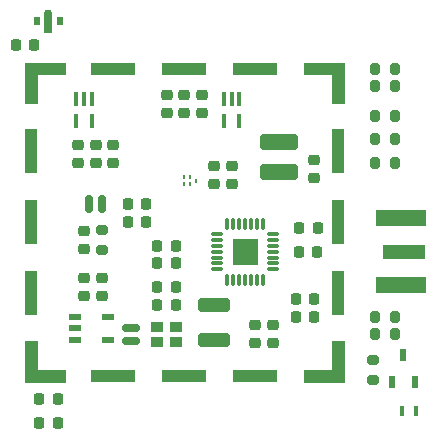
<source format=gtp>
%TF.GenerationSoftware,KiCad,Pcbnew,9.0.4*%
%TF.CreationDate,2025-11-06T05:05:03+09:00*%
%TF.ProjectId,GPS_FrontEnd,4750535f-4672-46f6-9e74-456e642e6b69,Rev.1.1*%
%TF.SameCoordinates,Original*%
%TF.FileFunction,Paste,Top*%
%TF.FilePolarity,Positive*%
%FSLAX46Y46*%
G04 Gerber Fmt 4.6, Leading zero omitted, Abs format (unit mm)*
G04 Created by KiCad (PCBNEW 9.0.4) date 2025-11-06 05:05:03*
%MOMM*%
%LPD*%
G01*
G04 APERTURE LIST*
G04 Aperture macros list*
%AMRoundRect*
0 Rectangle with rounded corners*
0 $1 Rounding radius*
0 $2 $3 $4 $5 $6 $7 $8 $9 X,Y pos of 4 corners*
0 Add a 4 corners polygon primitive as box body*
4,1,4,$2,$3,$4,$5,$6,$7,$8,$9,$2,$3,0*
0 Add four circle primitives for the rounded corners*
1,1,$1+$1,$2,$3*
1,1,$1+$1,$4,$5*
1,1,$1+$1,$6,$7*
1,1,$1+$1,$8,$9*
0 Add four rect primitives between the rounded corners*
20,1,$1+$1,$2,$3,$4,$5,0*
20,1,$1+$1,$4,$5,$6,$7,0*
20,1,$1+$1,$6,$7,$8,$9,0*
20,1,$1+$1,$8,$9,$2,$3,0*%
%AMFreePoly0*
4,1,15,0.300000,0.230000,0.303536,0.228536,0.305000,0.225000,0.305000,-1.475000,0.303536,-1.478536,0.300000,-1.480000,-0.300000,-1.480000,-0.303536,-1.478536,-0.305000,-1.475000,-0.305000,0.225000,-0.303536,0.228536,-0.300000,0.230000,-0.300000,0.325000,0.300000,0.325000,0.300000,0.230000,0.300000,0.230000,$1*%
G04 Aperture macros list end*
%ADD10C,0.010000*%
%ADD11RoundRect,0.200000X-0.200000X-0.275000X0.200000X-0.275000X0.200000X0.275000X-0.200000X0.275000X0*%
%ADD12R,0.250000X0.325000*%
%ADD13RoundRect,0.225000X-0.225000X-0.250000X0.225000X-0.250000X0.225000X0.250000X-0.225000X0.250000X0*%
%ADD14RoundRect,0.225000X0.250000X-0.225000X0.250000X0.225000X-0.250000X0.225000X-0.250000X-0.225000X0*%
%ADD15RoundRect,0.165000X-0.585000X0.165000X-0.585000X-0.165000X0.585000X-0.165000X0.585000X0.165000X0*%
%ADD16RoundRect,0.200000X0.200000X0.275000X-0.200000X0.275000X-0.200000X-0.275000X0.200000X-0.275000X0*%
%ADD17R,0.393700X0.812800*%
%ADD18RoundRect,0.033750X-0.101250X0.461250X-0.101250X-0.461250X0.101250X-0.461250X0.101250X0.461250X0*%
%ADD19RoundRect,0.033750X-0.461250X0.101250X-0.461250X-0.101250X0.461250X-0.101250X0.461250X0.101250X0*%
%ADD20RoundRect,0.225000X0.225000X0.250000X-0.225000X0.250000X-0.225000X-0.250000X0.225000X-0.250000X0*%
%ADD21RoundRect,0.304347X1.295653X-0.395653X1.295653X0.395653X-1.295653X0.395653X-1.295653X-0.395653X0*%
%ADD22RoundRect,0.100000X-0.100000X0.495000X-0.100000X-0.495000X0.100000X-0.495000X0.100000X0.495000X0*%
%ADD23R,1.000000X0.599999*%
%ADD24R,0.558800X1.016000*%
%ADD25R,1.000000X0.900000*%
%ADD26RoundRect,0.200000X0.275000X-0.200000X0.275000X0.200000X-0.275000X0.200000X-0.275000X-0.200000X0*%
%ADD27R,0.600000X0.800000*%
%ADD28FreePoly0,180.000000*%
%ADD29R,0.600000X0.650000*%
%ADD30RoundRect,0.225000X-0.250000X0.225000X-0.250000X-0.225000X0.250000X-0.225000X0.250000X0.225000X0*%
%ADD31R,3.600000X1.270000*%
%ADD32R,4.200000X1.350000*%
%ADD33RoundRect,0.165000X0.165000X0.585000X-0.165000X0.585000X-0.165000X-0.585000X0.165000X-0.585000X0*%
%ADD34R,3.800000X1.000000*%
%ADD35R,1.000000X3.800000*%
%ADD36RoundRect,0.218750X-0.218750X-0.256250X0.218750X-0.256250X0.218750X0.256250X-0.218750X0.256250X0*%
%ADD37RoundRect,0.250000X1.100000X-0.325000X1.100000X0.325000X-1.100000X0.325000X-1.100000X-0.325000X0*%
%ADD38RoundRect,0.218750X0.218750X0.256250X-0.218750X0.256250X-0.218750X-0.256250X0.218750X-0.256250X0*%
G04 APERTURE END LIST*
D10*
%TO.C,U1*%
X145530000Y-101530000D02*
X143470000Y-101530000D01*
X143470000Y-99470000D01*
X145530000Y-99470000D01*
X145530000Y-101530000D01*
G36*
X145530000Y-101530000D02*
G01*
X143470000Y-101530000D01*
X143470000Y-99470000D01*
X145530000Y-99470000D01*
X145530000Y-101530000D01*
G37*
%TO.C,J4*%
X129260000Y-85495000D02*
X126855000Y-85495000D01*
X126855000Y-87900000D01*
X125855000Y-87900000D01*
X125855000Y-84495000D01*
X129260000Y-84495000D01*
X129260000Y-85495000D01*
G36*
X129260000Y-85495000D02*
G01*
X126855000Y-85495000D01*
X126855000Y-87900000D01*
X125855000Y-87900000D01*
X125855000Y-84495000D01*
X129260000Y-84495000D01*
X129260000Y-85495000D01*
G37*
X126855000Y-110505000D02*
X129260000Y-110505000D01*
X129260000Y-111505000D01*
X125855000Y-111505000D01*
X125855000Y-108100000D01*
X126855000Y-108100000D01*
X126855000Y-110505000D01*
G36*
X126855000Y-110505000D02*
G01*
X129260000Y-110505000D01*
X129260000Y-111505000D01*
X125855000Y-111505000D01*
X125855000Y-108100000D01*
X126855000Y-108100000D01*
X126855000Y-110505000D01*
G37*
X152865000Y-87900000D02*
X151865000Y-87900000D01*
X151865000Y-85495000D01*
X149460000Y-85495000D01*
X149460000Y-84495000D01*
X152865000Y-84495000D01*
X152865000Y-87900000D01*
G36*
X152865000Y-87900000D02*
G01*
X151865000Y-87900000D01*
X151865000Y-85495000D01*
X149460000Y-85495000D01*
X149460000Y-84495000D01*
X152865000Y-84495000D01*
X152865000Y-87900000D01*
G37*
X152865000Y-111505000D02*
X149460000Y-111505000D01*
X149460000Y-110505000D01*
X151865000Y-110505000D01*
X151865000Y-108100000D01*
X152865000Y-108100000D01*
X152865000Y-111505000D01*
G36*
X152865000Y-111505000D02*
G01*
X149460000Y-111505000D01*
X149460000Y-110505000D01*
X151865000Y-110505000D01*
X151865000Y-108100000D01*
X152865000Y-108100000D01*
X152865000Y-111505000D01*
G37*
%TD*%
D11*
%TO.C,R2*%
X155535000Y-93000000D03*
X157185000Y-93000000D03*
%TD*%
D12*
%TO.C,U2*%
X140360000Y-94500000D03*
X139860001Y-94212500D03*
X139360002Y-94212500D03*
X139360002Y-94787500D03*
X139860001Y-94787500D03*
%TD*%
D13*
%TO.C,C17*%
X137085000Y-103500000D03*
X138635000Y-103500000D03*
%TD*%
D14*
%TO.C,C10*%
X132360000Y-104275000D03*
X132360000Y-102725000D03*
%TD*%
%TO.C,C15*%
X141860000Y-94775000D03*
X141860000Y-93225000D03*
%TD*%
D13*
%TO.C,C13*%
X137085000Y-100000000D03*
X138635000Y-100000000D03*
%TD*%
D11*
%TO.C,R6*%
X155535000Y-85000000D03*
X157185000Y-85000000D03*
%TD*%
D14*
%TO.C,C16*%
X143360000Y-94775000D03*
X143360000Y-93225000D03*
%TD*%
D15*
%TO.C,C6*%
X134860000Y-106960000D03*
X134860000Y-108040000D03*
%TD*%
D16*
%TO.C,R5*%
X157185000Y-107500000D03*
X155535000Y-107500000D03*
%TD*%
D17*
%TO.C,LED1*%
X157756750Y-114000000D03*
X158963250Y-114000000D03*
%TD*%
D18*
%TO.C,U1*%
X146000000Y-98140000D03*
X145500000Y-98140000D03*
X145000000Y-98140000D03*
X144500000Y-98140000D03*
X144000000Y-98140000D03*
X143500000Y-98140000D03*
X143000000Y-98140000D03*
D19*
X142140000Y-99000000D03*
X142140000Y-99500000D03*
X142140000Y-100000000D03*
X142140000Y-100500000D03*
X142140000Y-101000000D03*
X142140000Y-101500000D03*
X142140000Y-102000000D03*
D18*
X143000000Y-102860000D03*
X143500000Y-102860000D03*
X144000000Y-102860000D03*
X144500000Y-102860000D03*
X145000000Y-102860000D03*
X145500000Y-102860000D03*
X146000000Y-102860000D03*
D19*
X146860000Y-102000000D03*
X146860000Y-101500000D03*
X146860000Y-101000000D03*
X146860000Y-100500000D03*
X146860000Y-100000000D03*
X146860000Y-99500000D03*
X146860000Y-99000000D03*
%TD*%
D20*
%TO.C,C1*%
X150635000Y-100500000D03*
X149085000Y-100500000D03*
%TD*%
D21*
%TO.C,C3*%
X147360000Y-93750000D03*
X147360000Y-91250000D03*
%TD*%
D22*
%TO.C,U3*%
X144010000Y-87540000D03*
X143360000Y-87540000D03*
X142710000Y-87540000D03*
X142710000Y-89460000D03*
X144010000Y-89460000D03*
%TD*%
D13*
%TO.C,C4*%
X125085000Y-83000000D03*
X126635000Y-83000000D03*
%TD*%
D11*
%TO.C,R3*%
X155535000Y-91000000D03*
X157185000Y-91000000D03*
%TD*%
D14*
%TO.C,C27*%
X140860000Y-88775000D03*
X140860000Y-87225000D03*
%TD*%
D22*
%TO.C,U4*%
X131510000Y-87540000D03*
X130860000Y-87540000D03*
X130210000Y-87540000D03*
X130210000Y-89460000D03*
X131510000Y-89460000D03*
%TD*%
D23*
%TO.C,U5*%
X130110000Y-106049999D03*
X130110000Y-107000000D03*
X130110000Y-107949998D03*
X132860000Y-107949998D03*
X132860000Y-106049999D03*
%TD*%
D24*
%TO.C,U6*%
X156959998Y-111500000D03*
X158860000Y-111500000D03*
X157909999Y-109214000D03*
%TD*%
D14*
%TO.C,C25*%
X139360000Y-88775000D03*
X139360000Y-87225000D03*
%TD*%
D11*
%TO.C,R4*%
X155535000Y-89000000D03*
X157185000Y-89000000D03*
%TD*%
D25*
%TO.C,Y1*%
X137047500Y-108112500D03*
X138672500Y-108112500D03*
X138672500Y-106887500D03*
X137047500Y-106887500D03*
%TD*%
D11*
%TO.C,R7*%
X155535000Y-106000000D03*
X157185000Y-106000000D03*
%TD*%
D14*
%TO.C,C29*%
X130360000Y-93000000D03*
X130360000Y-91450000D03*
%TD*%
%TO.C,C28*%
X131860000Y-93000000D03*
X131860000Y-91450000D03*
%TD*%
D11*
%TO.C,R8*%
X155535000Y-86500000D03*
X157185000Y-86500000D03*
%TD*%
D14*
%TO.C,C2*%
X150360000Y-94275000D03*
X150360000Y-92725000D03*
%TD*%
D13*
%TO.C,C14*%
X137085000Y-101500000D03*
X138635000Y-101500000D03*
%TD*%
D26*
%TO.C,R9*%
X155360000Y-111325000D03*
X155360000Y-109675000D03*
%TD*%
D20*
%TO.C,C23*%
X128635000Y-113000000D03*
X127085000Y-113000000D03*
%TD*%
D27*
%TO.C,FL1*%
X128860000Y-81000000D03*
D28*
X127860000Y-81625000D03*
D29*
X127860000Y-80375000D03*
D27*
X126860000Y-81000000D03*
%TD*%
D13*
%TO.C,C18*%
X137085000Y-105000000D03*
X138635000Y-105000000D03*
%TD*%
D30*
%TO.C,C22*%
X145360000Y-106725000D03*
X145360000Y-108275000D03*
%TD*%
D31*
%TO.C,J1*%
X157922500Y-100500000D03*
D32*
X157722500Y-103325000D03*
X157722500Y-97675000D03*
%TD*%
D33*
%TO.C,C8*%
X132400000Y-96500000D03*
X131320000Y-96500000D03*
%TD*%
D14*
%TO.C,C24*%
X137860000Y-88775000D03*
X137860000Y-87225000D03*
%TD*%
D30*
%TO.C,C21*%
X146860000Y-106725000D03*
X146860000Y-108275000D03*
%TD*%
D26*
%TO.C,R1*%
X132360000Y-100325000D03*
X132360000Y-98675000D03*
%TD*%
D34*
%TO.C,J4*%
X133360000Y-111005000D03*
X139360000Y-111005000D03*
X145360000Y-111005000D03*
D35*
X152365000Y-104000000D03*
X152365000Y-98000000D03*
X152365000Y-92000000D03*
D34*
X145360000Y-84995000D03*
X139360000Y-84995000D03*
X133360000Y-84995000D03*
D35*
X126355000Y-92000000D03*
X126355000Y-98000000D03*
X126355000Y-104000000D03*
%TD*%
D14*
%TO.C,C7*%
X130860000Y-100275000D03*
X130860000Y-98725000D03*
%TD*%
D13*
%TO.C,C11*%
X134585000Y-96500000D03*
X136135000Y-96500000D03*
%TD*%
%TO.C,C20*%
X148810000Y-106000000D03*
X150360000Y-106000000D03*
%TD*%
D36*
%TO.C,L2*%
X127072500Y-115000000D03*
X128647500Y-115000000D03*
%TD*%
D14*
%TO.C,C9*%
X130860000Y-104275000D03*
X130860000Y-102725000D03*
%TD*%
D13*
%TO.C,C19*%
X148810000Y-104490000D03*
X150360000Y-104490000D03*
%TD*%
D37*
%TO.C,C5*%
X141860000Y-107975000D03*
X141860000Y-105025000D03*
%TD*%
D13*
%TO.C,C12*%
X134585000Y-98000000D03*
X136135000Y-98000000D03*
%TD*%
D38*
%TO.C,L1*%
X150647500Y-98500000D03*
X149072500Y-98500000D03*
%TD*%
D14*
%TO.C,C26*%
X133360000Y-93000000D03*
X133360000Y-91450000D03*
%TD*%
M02*

</source>
